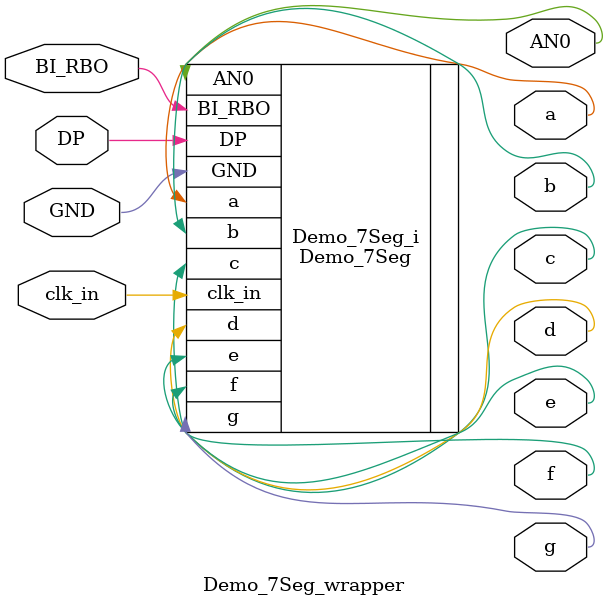
<source format=v>
`timescale 1 ps / 1 ps

module Demo_7Seg_wrapper
   (AN0,
    BI_RBO,
    DP,
    GND,
    a,
    b,
    c,
    clk_in,
    d,
    e,
    f,
    g);
  output AN0;
  inout BI_RBO;
  input DP;
  input GND;
  output a;
  output b;
  output c;
  input clk_in;
  output d;
  output e;
  output f;
  output g;

  wire AN0;
  wire BI_RBO;
  wire DP;
  wire GND;
  wire a;
  wire b;
  wire c;
  wire clk_in;
  wire d;
  wire e;
  wire f;
  wire g;

  Demo_7Seg Demo_7Seg_i
       (.AN0(AN0),
        .BI_RBO(BI_RBO),
        .DP(DP),
        .GND(GND),
        .a(a),
        .b(b),
        .c(c),
        .clk_in(clk_in),
        .d(d),
        .e(e),
        .f(f),
        .g(g));
endmodule

</source>
